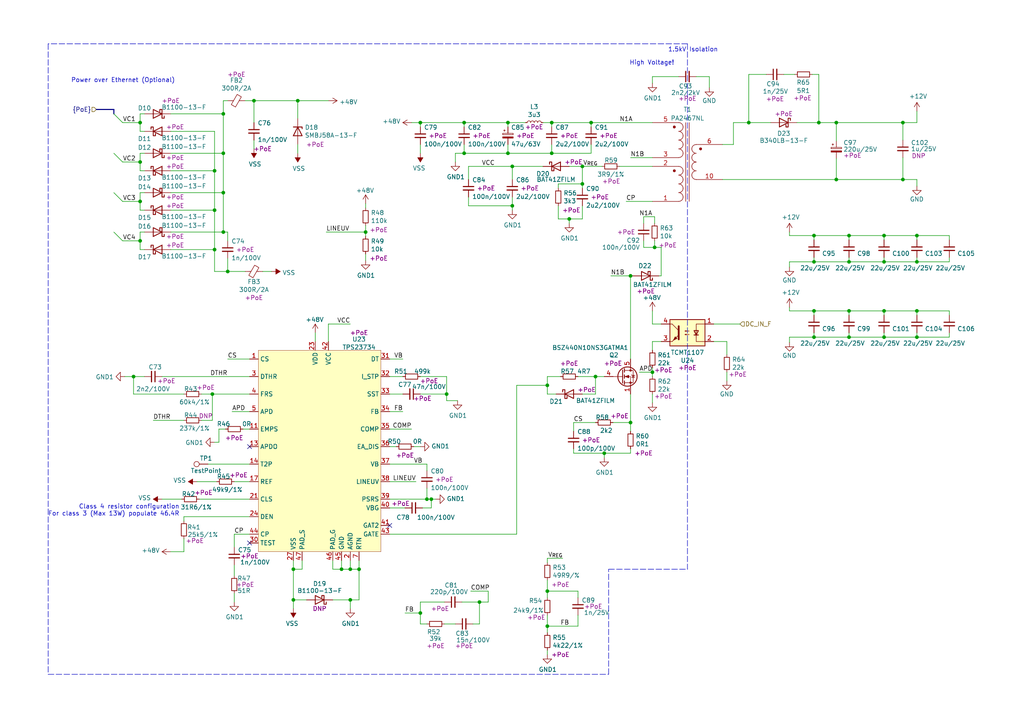
<source format=kicad_sch>
(kicad_sch (version 20210406) (generator eeschema)
  (paper "A4")
  (title_block (title "Power over Ethernet") (date "2021-01-12") (rev "0.1") (company "Nabu Casa") (comment 1 "www.nabucasa.com") (comment 2 "Light Blue"))
  (junction (at 38.735 109.22) (diameter 0.9144))
  (junction (at 40.64 35.56) (diameter 0.9144))
  (junction (at 40.64 46.99) (diameter 0.9144))
  (junction (at 40.64 58.42) (diameter 0.9144))
  (junction (at 40.64 69.85) (diameter 0.9144))
  (junction (at 61.595 114.3) (diameter 0.9144))
  (junction (at 62.23 49.53) (diameter 0.9144))
  (junction (at 62.23 60.96) (diameter 0.9144))
  (junction (at 62.23 72.39) (diameter 0.9144))
  (junction (at 64.77 33.02) (diameter 0.9144))
  (junction (at 64.77 44.45) (diameter 0.9144))
  (junction (at 64.77 55.88) (diameter 0.9144))
  (junction (at 64.77 67.31) (diameter 0.9144))
  (junction (at 66.04 78.74) (diameter 0.9144))
  (junction (at 73.66 29.21) (diameter 0.9144))
  (junction (at 85.09 165.1) (diameter 0.9144))
  (junction (at 85.09 173.99) (diameter 0.9144))
  (junction (at 86.36 29.21) (diameter 0.9144))
  (junction (at 99.06 165.1) (diameter 0.9144))
  (junction (at 101.6 165.1) (diameter 0.9144))
  (junction (at 101.6 173.99) (diameter 0.9144))
  (junction (at 104.14 165.1) (diameter 0.9144))
  (junction (at 106.045 67.31) (diameter 0.9144))
  (junction (at 121.92 35.56) (diameter 0.9144))
  (junction (at 121.92 177.8) (diameter 0.9144))
  (junction (at 123.825 144.78) (diameter 0.9144))
  (junction (at 125.095 144.78) (diameter 0.9144))
  (junction (at 129.54 114.3) (diameter 0.9144))
  (junction (at 134.62 35.56) (diameter 0.9144))
  (junction (at 134.62 44.45) (diameter 0.9144))
  (junction (at 139.065 174.625) (diameter 0.9144))
  (junction (at 147.32 35.56) (diameter 0.9144))
  (junction (at 147.32 44.45) (diameter 0.9144))
  (junction (at 148.59 48.26) (diameter 0.9144))
  (junction (at 148.59 59.69) (diameter 0.9144))
  (junction (at 158.75 111.76) (diameter 0.9144))
  (junction (at 158.75 171.45) (diameter 0.9144))
  (junction (at 158.75 181.61) (diameter 0.9144))
  (junction (at 160.02 35.56) (diameter 0.9144))
  (junction (at 160.02 44.45) (diameter 0.9144))
  (junction (at 165.1 63.5) (diameter 0.9144))
  (junction (at 168.91 48.26) (diameter 0.9144))
  (junction (at 168.91 53.34) (diameter 0.9144))
  (junction (at 171.45 35.56) (diameter 0.9144))
  (junction (at 172.72 109.22) (diameter 0.9144))
  (junction (at 175.26 131.445) (diameter 0.9144))
  (junction (at 182.88 80.01) (diameter 0.9144))
  (junction (at 182.88 122.555) (diameter 0.9144))
  (junction (at 189.23 107.95) (diameter 0.9144))
  (junction (at 189.865 71.755) (diameter 0.9144))
  (junction (at 217.17 35.56) (diameter 0.9144))
  (junction (at 236.093 68.326) (diameter 0.9144))
  (junction (at 236.093 75.946) (diameter 0.9144))
  (junction (at 236.093 90.17) (diameter 0.9144))
  (junction (at 236.093 97.79) (diameter 0.9144))
  (junction (at 237.49 35.56) (diameter 0.9144))
  (junction (at 242.57 35.56) (diameter 0.9144))
  (junction (at 242.57 52.07) (diameter 0.9144))
  (junction (at 246.253 68.326) (diameter 0.9144))
  (junction (at 246.253 75.946) (diameter 0.9144))
  (junction (at 246.253 90.17) (diameter 0.9144))
  (junction (at 246.253 97.79) (diameter 0.9144))
  (junction (at 256.413 68.326) (diameter 0.9144))
  (junction (at 256.413 75.946) (diameter 0.9144))
  (junction (at 256.413 90.17) (diameter 0.9144))
  (junction (at 256.413 97.79) (diameter 0.9144))
  (junction (at 261.874 35.56) (diameter 0.9144))
  (junction (at 261.874 52.07) (diameter 0.9144))
  (junction (at 265.938 68.326) (diameter 0.9144))
  (junction (at 265.938 75.946) (diameter 0.9144))
  (junction (at 265.938 90.17) (diameter 0.9144))
  (junction (at 265.938 97.79) (diameter 0.9144))
  (no_connect (at 72.39 129.54))
  (no_connect (at 72.39 157.48))
  (no_connect (at 113.03 152.4))
  (bus_entry (at 33.02 33.02) (size 2.54 2.54) (stroke (width 0.1524)))
  (bus_entry (at 33.02 44.45) (size 2.54 2.54) (stroke (width 0.1524)))
  (bus_entry (at 33.02 55.88) (size 2.54 2.54) (stroke (width 0.1524)))
  (bus_entry (at 33.02 67.31) (size 2.54 2.54) (stroke (width 0.1524)))
  (wire (pts (xy 35.56 35.56) (xy 40.64 35.56)))
  (wire (pts (xy 35.56 46.99) (xy 40.64 46.99)))
  (wire (pts (xy 35.56 58.42) (xy 40.64 58.42)))
  (wire (pts (xy 35.56 69.85) (xy 40.64 69.85)))
  (wire (pts (xy 36.195 109.22) (xy 38.735 109.22)))
  (wire (pts (xy 38.735 109.22) (xy 41.91 109.22)))
  (wire (pts (xy 38.735 114.3) (xy 38.735 109.22)))
  (wire (pts (xy 40.64 33.02) (xy 40.64 35.56)))
  (wire (pts (xy 40.64 38.1) (xy 40.64 35.56)))
  (wire (pts (xy 40.64 44.45) (xy 40.64 46.99)))
  (wire (pts (xy 40.64 49.53) (xy 40.64 46.99)))
  (wire (pts (xy 40.64 55.88) (xy 40.64 58.42)))
  (wire (pts (xy 40.64 60.96) (xy 40.64 58.42)))
  (wire (pts (xy 40.64 67.31) (xy 40.64 69.85)))
  (wire (pts (xy 40.64 72.39) (xy 40.64 69.85)))
  (wire (pts (xy 41.91 33.02) (xy 40.64 33.02)))
  (wire (pts (xy 41.91 38.1) (xy 40.64 38.1)))
  (wire (pts (xy 41.91 44.45) (xy 40.64 44.45)))
  (wire (pts (xy 41.91 49.53) (xy 40.64 49.53)))
  (wire (pts (xy 41.91 55.88) (xy 40.64 55.88)))
  (wire (pts (xy 41.91 60.96) (xy 40.64 60.96)))
  (wire (pts (xy 41.91 67.31) (xy 40.64 67.31)))
  (wire (pts (xy 41.91 72.39) (xy 40.64 72.39)))
  (wire (pts (xy 44.45 121.92) (xy 53.34 121.92)))
  (wire (pts (xy 46.99 109.22) (xy 72.39 109.22)))
  (wire (pts (xy 46.99 144.78) (xy 52.705 144.78)))
  (wire (pts (xy 49.53 33.02) (xy 64.77 33.02)))
  (wire (pts (xy 49.53 38.1) (xy 62.23 38.1)))
  (wire (pts (xy 49.53 44.45) (xy 64.77 44.45)))
  (wire (pts (xy 49.53 49.53) (xy 62.23 49.53)))
  (wire (pts (xy 49.53 55.88) (xy 64.77 55.88)))
  (wire (pts (xy 49.53 60.96) (xy 62.23 60.96)))
  (wire (pts (xy 49.53 67.31) (xy 64.77 67.31)))
  (wire (pts (xy 49.53 72.39) (xy 62.23 72.39)))
  (wire (pts (xy 53.34 114.3) (xy 38.735 114.3)))
  (wire (pts (xy 53.34 149.86) (xy 53.34 151.13)))
  (wire (pts (xy 53.34 156.21) (xy 53.34 160.02)))
  (wire (pts (xy 53.34 160.02) (xy 49.53 160.02)))
  (wire (pts (xy 57.15 139.7) (xy 62.865 139.7)))
  (wire (pts (xy 57.785 144.78) (xy 72.39 144.78)))
  (wire (pts (xy 58.42 114.3) (xy 61.595 114.3)))
  (wire (pts (xy 58.42 121.92) (xy 61.595 121.92)))
  (wire (pts (xy 60.325 134.62) (xy 72.39 134.62)))
  (wire (pts (xy 61.595 114.3) (xy 72.39 114.3)))
  (wire (pts (xy 61.595 121.92) (xy 61.595 114.3)))
  (wire (pts (xy 62.23 38.1) (xy 62.23 49.53)))
  (wire (pts (xy 62.23 49.53) (xy 62.23 60.96)))
  (wire (pts (xy 62.23 60.96) (xy 62.23 72.39)))
  (wire (pts (xy 62.23 72.39) (xy 62.23 78.74)))
  (wire (pts (xy 62.23 78.74) (xy 66.04 78.74)))
  (wire (pts (xy 63.5 124.46) (xy 63.5 128.27)))
  (wire (pts (xy 63.5 124.46) (xy 65.405 124.46)))
  (wire (pts (xy 63.5 128.27) (xy 62.23 128.27)))
  (wire (pts (xy 64.77 29.21) (xy 64.77 33.02)))
  (wire (pts (xy 64.77 29.21) (xy 66.04 29.21)))
  (wire (pts (xy 64.77 33.02) (xy 64.77 44.45)))
  (wire (pts (xy 64.77 44.45) (xy 64.77 55.88)))
  (wire (pts (xy 64.77 55.88) (xy 64.77 67.31)))
  (wire (pts (xy 64.77 67.31) (xy 66.04 67.31)))
  (wire (pts (xy 66.04 67.31) (xy 66.04 69.85)))
  (wire (pts (xy 66.04 74.93) (xy 66.04 78.74)))
  (wire (pts (xy 66.04 78.74) (xy 71.12 78.74)))
  (wire (pts (xy 66.04 104.14) (xy 72.39 104.14)))
  (wire (pts (xy 67.31 119.38) (xy 72.39 119.38)))
  (wire (pts (xy 67.945 139.7) (xy 72.39 139.7)))
  (wire (pts (xy 67.945 154.94) (xy 67.945 158.75)))
  (wire (pts (xy 67.945 154.94) (xy 72.39 154.94)))
  (wire (pts (xy 67.945 163.83) (xy 67.945 167.005)))
  (wire (pts (xy 67.945 172.085) (xy 67.945 174.625)))
  (wire (pts (xy 70.485 124.46) (xy 72.39 124.46)))
  (wire (pts (xy 71.12 29.21) (xy 73.66 29.21)))
  (wire (pts (xy 72.39 149.86) (xy 53.34 149.86)))
  (wire (pts (xy 73.66 29.21) (xy 73.66 35.56)))
  (wire (pts (xy 73.66 29.21) (xy 86.36 29.21)))
  (wire (pts (xy 73.66 40.64) (xy 73.66 43.18)))
  (wire (pts (xy 76.2 78.74) (xy 78.74 78.74)))
  (wire (pts (xy 85.09 165.1) (xy 85.09 162.56)))
  (wire (pts (xy 85.09 165.1) (xy 85.09 173.99)))
  (wire (pts (xy 85.09 173.99) (xy 85.09 176.53)))
  (wire (pts (xy 85.09 173.99) (xy 88.9 173.99)))
  (wire (pts (xy 86.36 29.21) (xy 95.25 29.21)))
  (wire (pts (xy 86.36 34.29) (xy 86.36 29.21)))
  (wire (pts (xy 86.36 41.91) (xy 86.36 44.45)))
  (wire (pts (xy 87.63 162.56) (xy 87.63 165.1)))
  (wire (pts (xy 87.63 165.1) (xy 85.09 165.1)))
  (wire (pts (xy 91.44 96.52) (xy 91.44 99.06)))
  (wire (pts (xy 94.615 67.31) (xy 106.045 67.31)))
  (wire (pts (xy 95.25 93.98) (xy 101.6 93.98)))
  (wire (pts (xy 95.25 99.06) (xy 95.25 93.98)))
  (wire (pts (xy 96.52 162.56) (xy 96.52 165.1)))
  (wire (pts (xy 96.52 165.1) (xy 99.06 165.1)))
  (wire (pts (xy 96.52 173.99) (xy 101.6 173.99)))
  (wire (pts (xy 99.06 162.56) (xy 99.06 165.1)))
  (wire (pts (xy 99.06 165.1) (xy 101.6 165.1)))
  (wire (pts (xy 101.6 162.56) (xy 101.6 165.1)))
  (wire (pts (xy 101.6 165.1) (xy 104.14 165.1)))
  (wire (pts (xy 101.6 173.99) (xy 101.6 176.53)))
  (wire (pts (xy 104.14 165.1) (xy 104.14 162.56)))
  (wire (pts (xy 104.14 165.1) (xy 104.14 173.99)))
  (wire (pts (xy 104.14 173.99) (xy 101.6 173.99)))
  (wire (pts (xy 106.045 59.055) (xy 106.045 60.325)))
  (wire (pts (xy 106.045 65.405) (xy 106.045 67.31)))
  (wire (pts (xy 106.045 67.31) (xy 106.045 68.58)))
  (wire (pts (xy 106.045 73.66) (xy 106.045 75.565)))
  (wire (pts (xy 113.03 104.14) (xy 116.84 104.14)))
  (wire (pts (xy 113.03 109.22) (xy 116.84 109.22)))
  (wire (pts (xy 113.03 114.3) (xy 116.84 114.3)))
  (wire (pts (xy 113.03 119.38) (xy 116.84 119.38)))
  (wire (pts (xy 113.03 124.46) (xy 119.38 124.46)))
  (wire (pts (xy 113.03 129.54) (xy 114.935 129.54)))
  (wire (pts (xy 113.03 134.62) (xy 123.825 134.62)))
  (wire (pts (xy 113.03 139.7) (xy 120.65 139.7)))
  (wire (pts (xy 113.03 144.78) (xy 123.825 144.78)))
  (wire (pts (xy 113.03 147.32) (xy 117.475 147.32)))
  (wire (pts (xy 113.03 154.94) (xy 149.86 154.94)))
  (wire (pts (xy 117.475 177.8) (xy 121.92 177.8)))
  (wire (pts (xy 119.38 35.56) (xy 121.92 35.56)))
  (wire (pts (xy 120.015 129.54) (xy 121.92 129.54)))
  (wire (pts (xy 121.92 35.56) (xy 121.92 36.83)))
  (wire (pts (xy 121.92 35.56) (xy 134.62 35.56)))
  (wire (pts (xy 121.92 41.91) (xy 121.92 44.45)))
  (wire (pts (xy 121.92 109.22) (xy 129.54 109.22)))
  (wire (pts (xy 121.92 114.3) (xy 129.54 114.3)))
  (wire (pts (xy 121.92 174.625) (xy 121.92 177.8)))
  (wire (pts (xy 121.92 180.975) (xy 121.92 177.8)))
  (wire (pts (xy 122.555 147.32) (xy 125.095 147.32)))
  (wire (pts (xy 123.825 134.62) (xy 123.825 136.525)))
  (wire (pts (xy 123.825 141.605) (xy 123.825 144.78)))
  (wire (pts (xy 123.825 144.78) (xy 125.095 144.78)))
  (wire (pts (xy 123.825 180.975) (xy 121.92 180.975)))
  (wire (pts (xy 125.095 144.78) (xy 126.365 144.78)))
  (wire (pts (xy 125.095 147.32) (xy 125.095 144.78)))
  (wire (pts (xy 128.905 174.625) (xy 121.92 174.625)))
  (wire (pts (xy 128.905 180.975) (xy 132.08 180.975)))
  (wire (pts (xy 129.54 109.22) (xy 129.54 114.3)))
  (wire (pts (xy 129.54 116.205) (xy 129.54 114.3)))
  (wire (pts (xy 132.08 44.45) (xy 132.08 46.99)))
  (wire (pts (xy 132.715 116.205) (xy 129.54 116.205)))
  (wire (pts (xy 133.985 174.625) (xy 139.065 174.625)))
  (wire (pts (xy 134.62 35.56) (xy 134.62 36.83)))
  (wire (pts (xy 134.62 35.56) (xy 147.32 35.56)))
  (wire (pts (xy 134.62 41.91) (xy 134.62 44.45)))
  (wire (pts (xy 134.62 44.45) (xy 132.08 44.45)))
  (wire (pts (xy 134.62 44.45) (xy 147.32 44.45)))
  (wire (pts (xy 135.89 48.26) (xy 135.89 52.07)))
  (wire (pts (xy 135.89 48.26) (xy 148.59 48.26)))
  (wire (pts (xy 135.89 57.15) (xy 135.89 59.69)))
  (wire (pts (xy 135.89 59.69) (xy 148.59 59.69)))
  (wire (pts (xy 137.16 180.975) (xy 139.065 180.975)))
  (wire (pts (xy 139.065 174.625) (xy 141.605 174.625)))
  (wire (pts (xy 139.065 180.975) (xy 139.065 174.625)))
  (wire (pts (xy 141.605 171.45) (xy 136.525 171.45)))
  (wire (pts (xy 141.605 174.625) (xy 141.605 171.45)))
  (wire (pts (xy 147.32 35.56) (xy 147.32 36.83)))
  (wire (pts (xy 147.32 35.56) (xy 152.4 35.56)))
  (wire (pts (xy 147.32 41.91) (xy 147.32 44.45)))
  (wire (pts (xy 147.32 44.45) (xy 160.02 44.45)))
  (wire (pts (xy 148.59 48.26) (xy 148.59 52.07)))
  (wire (pts (xy 148.59 48.26) (xy 157.48 48.26)))
  (wire (pts (xy 148.59 57.15) (xy 148.59 59.69)))
  (wire (pts (xy 148.59 59.69) (xy 148.59 60.96)))
  (wire (pts (xy 149.86 111.76) (xy 158.75 111.76)))
  (wire (pts (xy 149.86 154.94) (xy 149.86 111.76)))
  (wire (pts (xy 157.48 35.56) (xy 160.02 35.56)))
  (wire (pts (xy 158.75 109.22) (xy 162.56 109.22)))
  (wire (pts (xy 158.75 111.76) (xy 158.75 109.22)))
  (wire (pts (xy 158.75 114.3) (xy 158.75 111.76)))
  (wire (pts (xy 158.75 161.925) (xy 163.195 161.925)))
  (wire (pts (xy 158.75 163.195) (xy 158.75 161.925)))
  (wire (pts (xy 158.75 168.275) (xy 158.75 171.45)))
  (wire (pts (xy 158.75 171.45) (xy 158.75 173.355)))
  (wire (pts (xy 158.75 171.45) (xy 167.64 171.45)))
  (wire (pts (xy 158.75 178.435) (xy 158.75 181.61)))
  (wire (pts (xy 158.75 181.61) (xy 158.75 183.515)))
  (wire (pts (xy 158.75 188.595) (xy 158.75 189.865)))
  (wire (pts (xy 160.02 35.56) (xy 160.02 36.83)))
  (wire (pts (xy 160.02 35.56) (xy 171.45 35.56)))
  (wire (pts (xy 160.02 41.91) (xy 160.02 44.45)))
  (wire (pts (xy 160.02 44.45) (xy 171.45 44.45)))
  (wire (pts (xy 161.29 114.3) (xy 158.75 114.3)))
  (wire (pts (xy 161.925 53.34) (xy 168.91 53.34)))
  (wire (pts (xy 161.925 54.61) (xy 161.925 53.34)))
  (wire (pts (xy 161.925 59.69) (xy 161.925 63.5)))
  (wire (pts (xy 161.925 63.5) (xy 165.1 63.5)))
  (wire (pts (xy 165.1 48.26) (xy 168.91 48.26)))
  (wire (pts (xy 165.1 63.5) (xy 165.1 64.77)))
  (wire (pts (xy 165.1 63.5) (xy 168.91 63.5)))
  (wire (pts (xy 166.37 122.555) (xy 166.37 125.095)))
  (wire (pts (xy 166.37 131.445) (xy 166.37 130.175)))
  (wire (pts (xy 167.64 173.355) (xy 167.64 171.45)))
  (wire (pts (xy 167.64 178.435) (xy 167.64 181.61)))
  (wire (pts (xy 167.64 181.61) (xy 158.75 181.61)))
  (wire (pts (xy 168.91 48.26) (xy 168.91 53.34)))
  (wire (pts (xy 168.91 48.26) (xy 174.625 48.26)))
  (wire (pts (xy 168.91 53.34) (xy 168.91 54.61)))
  (wire (pts (xy 168.91 63.5) (xy 168.91 59.69)))
  (wire (pts (xy 168.91 114.3) (xy 172.72 114.3)))
  (wire (pts (xy 171.45 35.56) (xy 171.45 36.83)))
  (wire (pts (xy 171.45 35.56) (xy 189.23 35.56)))
  (wire (pts (xy 171.45 41.91) (xy 171.45 44.45)))
  (wire (pts (xy 172.72 109.22) (xy 167.64 109.22)))
  (wire (pts (xy 172.72 109.22) (xy 175.26 109.22)))
  (wire (pts (xy 172.72 114.3) (xy 172.72 109.22)))
  (wire (pts (xy 172.72 122.555) (xy 166.37 122.555)))
  (wire (pts (xy 175.26 131.445) (xy 166.37 131.445)))
  (wire (pts (xy 175.26 131.445) (xy 175.26 132.715)))
  (wire (pts (xy 177.165 80.01) (xy 182.88 80.01)))
  (wire (pts (xy 177.8 122.555) (xy 182.88 122.555)))
  (wire (pts (xy 179.705 48.26) (xy 189.23 48.26)))
  (wire (pts (xy 181.61 58.42) (xy 189.23 58.42)))
  (wire (pts (xy 182.88 45.72) (xy 189.23 45.72)))
  (wire (pts (xy 182.88 80.01) (xy 182.88 104.14)))
  (wire (pts (xy 182.88 80.01) (xy 183.515 80.01)))
  (wire (pts (xy 182.88 114.3) (xy 182.88 122.555)))
  (wire (pts (xy 182.88 122.555) (xy 182.88 125.095)))
  (wire (pts (xy 182.88 130.175) (xy 182.88 131.445)))
  (wire (pts (xy 182.88 131.445) (xy 175.26 131.445)))
  (wire (pts (xy 185.42 107.95) (xy 189.23 107.95)))
  (wire (pts (xy 186.69 62.865) (xy 186.69 64.77)))
  (wire (pts (xy 186.69 69.85) (xy 186.69 71.755)))
  (wire (pts (xy 186.69 71.755) (xy 189.865 71.755)))
  (wire (pts (xy 189.23 22.225) (xy 189.23 24.13)))
  (wire (pts (xy 189.23 93.98) (xy 189.23 90.17)))
  (wire (pts (xy 189.23 99.06) (xy 189.23 101.6)))
  (wire (pts (xy 189.23 106.68) (xy 189.23 107.95)))
  (wire (pts (xy 189.23 107.95) (xy 189.23 109.22)))
  (wire (pts (xy 189.23 114.3) (xy 189.23 116.84)))
  (wire (pts (xy 189.865 62.865) (xy 186.69 62.865)))
  (wire (pts (xy 189.865 64.77) (xy 189.865 62.865)))
  (wire (pts (xy 189.865 71.755) (xy 189.865 69.85)))
  (wire (pts (xy 191.135 80.01) (xy 191.77 80.01)))
  (wire (pts (xy 191.77 71.755) (xy 189.865 71.755)))
  (wire (pts (xy 191.77 80.01) (xy 191.77 71.755)))
  (wire (pts (xy 191.77 93.98) (xy 189.23 93.98)))
  (wire (pts (xy 191.77 99.06) (xy 189.23 99.06)))
  (wire (pts (xy 196.85 22.225) (xy 189.23 22.225)))
  (wire (pts (xy 205.74 22.225) (xy 201.93 22.225)))
  (wire (pts (xy 205.74 25.4) (xy 205.74 22.225)))
  (wire (pts (xy 207.01 93.98) (xy 214.63 93.98)))
  (wire (pts (xy 207.01 99.06) (xy 210.82 99.06)))
  (wire (pts (xy 209.55 41.91) (xy 212.725 41.91)))
  (wire (pts (xy 209.55 52.07) (xy 242.57 52.07)))
  (wire (pts (xy 210.82 99.06) (xy 210.82 102.87)))
  (wire (pts (xy 210.82 107.95) (xy 210.82 110.49)))
  (wire (pts (xy 212.725 35.56) (xy 217.17 35.56)))
  (wire (pts (xy 212.725 41.91) (xy 212.725 35.56)))
  (wire (pts (xy 217.17 21.59) (xy 217.17 35.56)))
  (wire (pts (xy 217.17 35.56) (xy 223.52 35.56)))
  (wire (pts (xy 222.25 21.59) (xy 217.17 21.59)))
  (wire (pts (xy 227.33 21.59) (xy 230.505 21.59)))
  (wire (pts (xy 228.981 68.326) (xy 228.981 67.31)))
  (wire (pts (xy 228.981 68.326) (xy 236.093 68.326)))
  (wire (pts (xy 228.981 75.946) (xy 228.981 77.47)))
  (wire (pts (xy 228.981 75.946) (xy 236.093 75.946)))
  (wire (pts (xy 228.981 90.17) (xy 228.981 89.154)))
  (wire (pts (xy 228.981 90.17) (xy 236.093 90.17)))
  (wire (pts (xy 228.981 97.79) (xy 228.981 99.314)))
  (wire (pts (xy 228.981 97.79) (xy 236.093 97.79)))
  (wire (pts (xy 231.14 35.56) (xy 237.49 35.56)))
  (wire (pts (xy 235.585 21.59) (xy 237.49 21.59)))
  (wire (pts (xy 236.093 68.326) (xy 236.093 69.596)))
  (wire (pts (xy 236.093 68.326) (xy 246.253 68.326)))
  (wire (pts (xy 236.093 74.676) (xy 236.093 75.946)))
  (wire (pts (xy 236.093 75.946) (xy 246.253 75.946)))
  (wire (pts (xy 236.093 90.17) (xy 236.093 91.44)))
  (wire (pts (xy 236.093 90.17) (xy 246.253 90.17)))
  (wire (pts (xy 236.093 96.52) (xy 236.093 97.79)))
  (wire (pts (xy 236.093 97.79) (xy 246.253 97.79)))
  (wire (pts (xy 237.49 21.59) (xy 237.49 35.56)))
  (wire (pts (xy 237.49 35.56) (xy 242.57 35.56)))
  (wire (pts (xy 242.57 35.56) (xy 242.57 40.894)))
  (wire (pts (xy 242.57 35.56) (xy 261.874 35.56)))
  (wire (pts (xy 242.57 45.974) (xy 242.57 52.07)))
  (wire (pts (xy 242.57 52.07) (xy 261.874 52.07)))
  (wire (pts (xy 246.253 68.326) (xy 246.253 69.596)))
  (wire (pts (xy 246.253 68.326) (xy 256.413 68.326)))
  (wire (pts (xy 246.253 74.676) (xy 246.253 75.946)))
  (wire (pts (xy 246.253 75.946) (xy 256.413 75.946)))
  (wire (pts (xy 246.253 90.17) (xy 246.253 91.44)))
  (wire (pts (xy 246.253 90.17) (xy 256.413 90.17)))
  (wire (pts (xy 246.253 96.52) (xy 246.253 97.79)))
  (wire (pts (xy 246.253 97.79) (xy 256.413 97.79)))
  (wire (pts (xy 256.413 68.326) (xy 256.413 69.596)))
  (wire (pts (xy 256.413 68.326) (xy 265.938 68.326)))
  (wire (pts (xy 256.413 74.676) (xy 256.413 75.946)))
  (wire (pts (xy 256.413 75.946) (xy 265.938 75.946)))
  (wire (pts (xy 256.413 90.17) (xy 256.413 91.44)))
  (wire (pts (xy 256.413 90.17) (xy 265.938 90.17)))
  (wire (pts (xy 256.413 96.52) (xy 256.413 97.79)))
  (wire (pts (xy 256.413 97.79) (xy 265.938 97.79)))
  (wire (pts (xy 261.874 35.56) (xy 261.874 40.64)))
  (wire (pts (xy 261.874 35.56) (xy 265.938 35.56)))
  (wire (pts (xy 261.874 45.72) (xy 261.874 52.07)))
  (wire (pts (xy 261.874 52.07) (xy 265.938 52.07)))
  (wire (pts (xy 265.938 35.56) (xy 265.938 32.258)))
  (wire (pts (xy 265.938 52.07) (xy 265.938 53.975)))
  (wire (pts (xy 265.938 68.326) (xy 265.938 69.596)))
  (wire (pts (xy 265.938 68.326) (xy 275.336 68.326)))
  (wire (pts (xy 265.938 74.676) (xy 265.938 75.946)))
  (wire (pts (xy 265.938 75.946) (xy 275.336 75.946)))
  (wire (pts (xy 265.938 90.17) (xy 265.938 91.44)))
  (wire (pts (xy 265.938 90.17) (xy 275.336 90.17)))
  (wire (pts (xy 265.938 96.52) (xy 265.938 97.79)))
  (wire (pts (xy 265.938 97.79) (xy 275.336 97.79)))
  (wire (pts (xy 275.336 68.326) (xy 275.336 69.596)))
  (wire (pts (xy 275.336 74.676) (xy 275.336 75.946)))
  (wire (pts (xy 275.336 90.17) (xy 275.336 91.44)))
  (wire (pts (xy 275.336 96.52) (xy 275.336 97.79)))
  (bus (pts (xy 27.94 31.75) (xy 33.02 31.75)))
  (bus (pts (xy 33.02 31.75) (xy 33.02 67.31)))
  (polyline (pts (xy 13.97 12.7) (xy 13.97 195.58)) (stroke (width 0) (type dash)))
  (polyline (pts (xy 13.97 195.58) (xy 176.53 195.58)) (stroke (width 0) (type dash)))
  (polyline (pts (xy 176.53 165.1) (xy 199.39 165.1)) (stroke (width 0) (type dash)))
  (polyline (pts (xy 176.53 195.58) (xy 176.53 165.1)) (stroke (width 0) (type dash)))
  (polyline (pts (xy 199.39 12.7) (xy 13.97 12.7)) (stroke (width 0) (type dash)))
  (polyline (pts (xy 199.39 12.7) (xy 199.39 165.1)) (stroke (width 0) (type dash)))
  (text "Power over Ethernet (Optional)" (at 50.8 24.13 180) (effects (font (size 1.27 1.27)) (justify right bottom)))
  (text "Class 4 resistor configuration\nFor class 3 (Max 13W) populate 46.4R" (at 52.07 149.86 0) (effects (font (size 1.27 1.27)) (justify right bottom)))
  (text "High Voltage!" (at 195.58 19.05 180) (effects (font (size 1.27 1.27)) (justify right bottom)))
  (text "1.5kV Isolation" (at 208.28 15.24 180) (effects (font (size 1.27 1.27)) (justify right bottom)))
  (label "VC1" (at 39.37 35.56 180))
  (label "VC2" (at 39.37 46.99 180))
  (label "VC3" (at 39.37 58.42 180))
  (label "VC4" (at 39.37 69.85 180))
  (label "DTHR" (at 44.45 121.92 0))
  (label "DTHR" (at 60.96 109.22 0))
  (label "CS" (at 66.04 104.14 0))
  (label "APD" (at 67.31 119.38 0))
  (label "CP" (at 67.945 154.94 0))
  (label "LINEUV" (at 94.615 67.31 0))
  (label "VCC" (at 101.6 93.98 180))
  (label "VB" (at 116.84 104.14 180))
  (label "FB" (at 116.84 119.38 180))
  (label "FB" (at 117.475 177.8 0))
  (label "COMP" (at 119.38 124.46 180))
  (label "LINEUV" (at 120.65 139.7 180))
  (label "VB" (at 122.555 134.62 180))
  (label "COMP" (at 136.525 171.45 0))
  (label "VCC" (at 139.7 48.26 0))
  (label "V_{REG}" (at 163.195 161.925 180))
  (label "FB" (at 165.1 181.61 180))
  (label "CS" (at 166.37 122.555 0))
  (label "V_{REG}" (at 173.355 48.26 180))
  (label "N1B" (at 177.165 80.01 0))
  (label "CP" (at 181.61 58.42 0))
  (label "N1B" (at 182.88 45.72 0))
  (label "N1A" (at 183.515 35.56 180))
  (label "APD" (at 185.42 107.95 0))
  (label "N1A" (at 189.23 62.865 180))
  (hierarchical_label "{PoE}" (shape input) (at 27.94 31.75 180))
  (hierarchical_label "DC_IN_F" (shape input) (at 214.63 93.98 0))
  (symbol (lib_id "power:VSS") (at 46.99 144.78 90) (unit 1)
    (property "Reference" "#PWR0155" (effects hide))
    (property "Value" "VSS" (at 43.8149 144.4117 90) (effects (justify left)))
  )
  (symbol (lib_id "power:+48V") (at 49.53 160.02 90) (unit 1)
    (property "Reference" "#PWR0156" (effects hide))
    (property "Value" "+48V" (at 46.3549 159.6517 90) (effects (justify left)))
  )
  (symbol (lib_id "power:VSS") (at 57.15 139.7 90) (unit 1)
    (property "Reference" "#PWR0157" (effects hide))
    (property "Value" "VSS" (at 53.9749 139.3317 90) (effects (justify left)))
  )
  (symbol (lib_id "power:VSS") (at 73.66 43.18 180) (unit 1)
    (property "Reference" "#PWR0160" (effects hide))
    (property "Value" "VSS" (at 75.8317 47.6251 0) (effects (justify left)))
  )
  (symbol (lib_id "power:VSS") (at 78.74 78.74 270) (unit 1)
    (property "Reference" "#PWR0161" (effects hide))
    (property "Value" "VSS" (at 81.9151 79.1083 90) (effects (justify left)))
  )
  (symbol (lib_id "power:VSS") (at 85.09 176.53 180) (unit 1)
    (property "Reference" "#PWR0162" (effects hide))
    (property "Value" "VSS" (at 84.7217 180.8544 0))
  )
  (symbol (lib_id "power:VSS") (at 86.36 44.45 180) (unit 1)
    (property "Reference" "#PWR0163" (effects hide))
    (property "Value" "VSS" (at 88.5317 48.8951 0) (effects (justify left)))
  )
  (symbol (lib_id "power:+48V") (at 91.44 96.52 0) (unit 1)
    (property "Reference" "#PWR0164" (effects hide))
    (property "Value" "+48V" (at 88.6333 92.7099 0) (effects (justify left)))
  )
  (symbol (lib_id "power:+48V") (at 95.25 29.21 270) (unit 1)
    (property "Reference" "#PWR0165" (effects hide))
    (property "Value" "+48V" (at 98.4251 29.5783 90) (effects (justify left)))
  )
  (symbol (lib_id "power:+48V") (at 106.045 59.055 0) (unit 1)
    (property "Reference" "#PWR0167" (effects hide))
    (property "Value" "+48V" (at 103.2383 55.2449 0) (effects (justify left)))
  )
  (symbol (lib_id "power:+48V") (at 119.38 35.56 90) (unit 1)
    (property "Reference" "#PWR0169" (effects hide))
    (property "Value" "+48V" (at 116.2049 35.1917 90) (effects (justify left)))
  )
  (symbol (lib_id "power:VSS") (at 121.92 44.45 180) (unit 1)
    (property "Reference" "#PWR0170" (effects hide))
    (property "Value" "VSS" (at 121.5517 48.7744 0))
  )
  (symbol (lib_id "power:+48V") (at 189.23 90.17 0) (unit 1)
    (property "Reference" "#PWR0180" (effects hide))
    (property "Value" "+48V" (at 186.4233 86.3599 0) (effects (justify left)))
  )
  (symbol (lib_id "power:+12V") (at 228.981 67.31 0) (unit 1)
    (property "Reference" "#PWR0184" (effects hide))
    (property "Value" "+12V" (at 229.3493 62.9856 0))
  )
  (symbol (lib_id "power:+12V") (at 228.981 89.154 0) (unit 1)
    (property "Reference" "#PWR0186" (effects hide))
    (property "Value" "+12V" (at 229.3493 84.8296 0))
  )
  (symbol (lib_id "power:+12V") (at 265.938 32.258 0) (unit 1)
    (property "Reference" "#PWR0188" (effects hide))
    (property "Value" "+12V" (at 266.3063 27.9336 0))
  )
  (symbol (lib_id "Device:L_Small") (at 154.94 35.56 90) (unit 1)
    (property "Reference" "L3" (at 154.94 30.9688 90))
    (property "Value" "3u3" (at 154.94 33.267 90))
    (property "Footprint" "Inductor_SMD:L_Taiyo-Yuden_NR-80xx" (effects hide))
    (property "Config" "+PoE" (at 154.94 36.83 90))
    (property "Manufacturer" "Taiyo Yuden" (effects hide))
    (property "PartNumber" "NRS8030T3R3MJGJ" (effects hide))
  )
  (symbol (lib_id "Connector:TestPoint") (at 60.325 134.62 90) (unit 1)
    (property "Reference" "TP1" (at 59.7535 132.9498 90))
    (property "Value" "TestPoint" (at 59.7535 136.5185 90))
    (property "Footprint" "TestPoint:TestPoint_Pad_D1.0mm" (effects hide))
  )
  (symbol (lib_id "power:GND1") (at 36.195 109.22 270) (unit 1)
    (property "Reference" "#PWR0154" (effects hide))
    (property "Value" "GND1" (at 33.0199 109.3343 90) (effects (justify right)))
  )
  (symbol (lib_id "power:GND1") (at 62.23 128.27 270) (unit 1)
    (property "Reference" "#PWR0158" (effects hide))
    (property "Value" "GND1" (at 59.0549 128.3843 90) (effects (justify right)))
  )
  (symbol (lib_id "power:GND1") (at 67.945 174.625 0) (unit 1)
    (property "Reference" "#PWR0159" (effects hide))
    (property "Value" "GND1" (at 68.0593 178.9494 0))
  )
  (symbol (lib_id "power:GND1") (at 101.6 176.53 0) (unit 1)
    (property "Reference" "#PWR0166" (effects hide))
    (property "Value" "GND1" (at 101.7143 180.8544 0))
  )
  (symbol (lib_id "power:GND1") (at 106.045 75.565 0) (unit 1)
    (property "Reference" "#PWR0168" (effects hide))
    (property "Value" "GND1" (at 106.1593 79.8894 0))
  )
  (symbol (lib_id "power:GND1") (at 121.92 129.54 90) (unit 1)
    (property "Reference" "#PWR0171" (effects hide))
    (property "Value" "GND1" (at 125.0951 129.4257 90) (effects (justify right)))
  )
  (symbol (lib_id "power:GND1") (at 126.365 144.78 90) (unit 1)
    (property "Reference" "#PWR0172" (effects hide))
    (property "Value" "GND1" (at 129.5401 144.6657 90) (effects (justify right)))
  )
  (symbol (lib_id "power:GND1") (at 132.08 46.99 0) (unit 1)
    (property "Reference" "#PWR0173" (effects hide))
    (property "Value" "GND1" (at 132.1943 51.3144 0))
  )
  (symbol (lib_id "power:GND1") (at 132.715 116.205 0) (unit 1)
    (property "Reference" "#PWR0174" (effects hide))
    (property "Value" "GND1" (at 132.8293 120.5294 0))
  )
  (symbol (lib_id "power:GND1") (at 148.59 60.96 0) (unit 1)
    (property "Reference" "#PWR0175" (effects hide))
    (property "Value" "GND1" (at 148.7043 65.2844 0))
  )
  (symbol (lib_id "power:GND1") (at 158.75 189.865 0) (unit 1)
    (property "Reference" "#PWR0176" (effects hide))
    (property "Value" "GND1" (at 158.8643 194.1894 0))
  )
  (symbol (lib_id "power:GND1") (at 165.1 64.77 0) (unit 1)
    (property "Reference" "#PWR0177" (effects hide))
    (property "Value" "GND1" (at 165.2143 69.0944 0))
  )
  (symbol (lib_id "power:GND1") (at 175.26 132.715 0) (unit 1)
    (property "Reference" "#PWR0178" (effects hide))
    (property "Value" "GND1" (at 175.3743 137.0394 0))
  )
  (symbol (lib_id "power:GND1") (at 189.23 24.13 0) (unit 1)
    (property "Reference" "#PWR0179" (effects hide))
    (property "Value" "GND1" (at 189.3443 28.4544 0))
  )
  (symbol (lib_id "power:GND1") (at 189.23 116.84 0) (unit 1)
    (property "Reference" "#PWR0181" (effects hide))
    (property "Value" "GND1" (at 189.3443 121.1644 0))
  )
  (symbol (lib_id "power:GND") (at 205.74 25.4 0) (unit 1)
    (property "Reference" "#PWR0182" (effects hide))
    (property "Value" "GND" (at 207.7593 29.2101 0) (effects (justify right)))
  )
  (symbol (lib_id "power:GND") (at 210.82 110.49 0) (unit 1)
    (property "Reference" "#PWR0183" (effects hide))
    (property "Value" "GND" (at 212.8393 114.3001 0) (effects (justify right)))
  )
  (symbol (lib_id "power:GND") (at 228.981 77.47 0) (unit 1)
    (property "Reference" "#PWR0185" (effects hide))
    (property "Value" "GND" (at 231.0003 81.2801 0) (effects (justify right)))
  )
  (symbol (lib_id "power:GND") (at 228.981 99.314 0) (unit 1)
    (property "Reference" "#PWR0187" (effects hide))
    (property "Value" "GND" (at 231.0003 103.1241 0) (effects (justify right)))
  )
  (symbol (lib_id "power:GND") (at 265.938 53.975 0) (unit 1)
    (property "Reference" "#PWR0189" (effects hide))
    (property "Value" "GND" (at 267.9573 57.7851 0) (effects (justify right)))
  )
  (symbol (lib_id "Device:R_Small") (at 53.34 153.67 180) (unit 1)
    (property "Reference" "R41" (at 58.1913 152.9144 0) (effects (justify left)))
    (property "Value" "25k5/1%" (at 63.271 155.061 0) (effects (justify left)))
    (property "Footprint" "Resistor_SMD:R_0402_1005Metric" (effects hide))
    (property "Config" "+PoE" (at 56.515 156.845 0))
  )
  (symbol (lib_id "Device:R_Small") (at 55.245 144.78 90) (unit 1)
    (property "Reference" "R42" (at 56.6356 143.2813 90) (effects (justify left)))
    (property "Value" "31R6/1%" (at 61.474 147.091 90) (effects (justify left)))
    (property "Footprint" "Resistor_SMD:R_0402_1005Metric" (effects hide))
    (property "Config" "+PoE" (at 59.055 142.875 90))
  )
  (symbol (lib_id "Device:R_Small") (at 55.88 114.3 90) (unit 1)
    (property "Reference" "R43" (at 57.2706 112.8013 90) (effects (justify left)))
    (property "Value" "60k4/1%" (at 60.839 116.611 90) (effects (justify left)))
    (property "Footprint" "Resistor_SMD:R_0402_1005Metric" (effects hide))
    (property "Config" "+PoE" (at 59.69 112.395 90))
  )
  (symbol (lib_id "Device:R_Small") (at 55.88 121.92 90) (unit 1)
    (property "Reference" "R44" (at 57.2706 120.4213 90) (effects (justify left)))
    (property "Value" "237k/1%" (at 60.839 124.231 90) (effects (justify left)))
    (property "Footprint" "Resistor_SMD:R_0402_1005Metric" (effects hide))
    (property "Config" "DNP" (at 59.69 120.65 90))
  )
  (symbol (lib_id "Device:R_Small") (at 65.405 139.7 90) (unit 1)
    (property "Reference" "R45" (at 66.7956 138.2013 90) (effects (justify left)))
    (property "Value" "49k9/1%" (at 70.364 142.011 90) (effects (justify left)))
    (property "Footprint" "Resistor_SMD:R_0402_1005Metric" (effects hide))
    (property "Config" "+PoE" (at 69.215 137.795 90))
  )
  (symbol (lib_id "Device:R_Small") (at 67.945 124.46 90) (unit 1)
    (property "Reference" "R46" (at 66.7956 122.9613 90) (effects (justify left)))
    (property "Value" "0R" (at 72.904 122.961 90) (effects (justify left)))
    (property "Footprint" "Resistor_SMD:R_0402_1005Metric" (effects hide))
    (property "Config" "+PoE" (at 67.945 127 90))
  )
  (symbol (lib_id "Device:R_Small") (at 67.945 169.545 0) (unit 1)
    (property "Reference" "R47" (at 68.8087 167.7606 0) (effects (justify left)))
    (property "Value" "51R" (at 68.809 171.329 0) (effects (justify left)))
    (property "Footprint" "Resistor_SMD:R_0402_1005Metric" (effects hide))
    (property "Config" "+PoE" (at 71.12 169.545 0))
  )
  (symbol (lib_id "Device:R_Small") (at 106.045 62.865 0) (unit 1)
    (property "Reference" "R48" (at 107.5437 61.7156 0) (effects (justify left)))
    (property "Value" "110k" (at 107.544 64.014 0) (effects (justify left)))
    (property "Footprint" "Resistor_SMD:R_0402_1005Metric" (effects hide))
    (property "Config" "+PoE" (at 109.855 66.675 0))
  )
  (symbol (lib_id "Device:R_Small") (at 106.045 71.12 0) (unit 1)
    (property "Reference" "R49" (at 107.5437 69.9706 0) (effects (justify left)))
    (property "Value" "10k" (at 107.544 72.269 0) (effects (justify left)))
    (property "Footprint" "Resistor_SMD:R_0402_1005Metric" (effects hide))
    (property "Config" "+PoE" (at 109.855 74.93 0))
  )
  (symbol (lib_id "Device:R_Small") (at 117.475 129.54 90) (unit 1)
    (property "Reference" "R50" (at 116.3256 128.0413 90) (effects (justify left)))
    (property "Value" "0R" (at 122.434 128.041 90) (effects (justify left)))
    (property "Footprint" "Resistor_SMD:R_0402_1005Metric" (effects hide))
    (property "Config" "+PoE" (at 117.475 132.08 90))
  )
  (symbol (lib_id "Device:R_Small") (at 119.38 109.22 90) (unit 1)
    (property "Reference" "R51" (at 118.2306 107.7213 90) (effects (justify left)))
    (property "Value" "499k" (at 124.974 107.721 90) (effects (justify left)))
    (property "Footprint" "Resistor_SMD:R_0402_1005Metric" (effects hide))
    (property "Config" "+PoE" (at 124.46 110.49 90))
  )
  (symbol (lib_id "Device:R_Small") (at 126.365 180.975 90) (unit 1)
    (property "Reference" "R52" (at 127.7556 183.2863 90) (effects (justify left)))
    (property "Value" "39k" (at 128.149 185.191 90) (effects (justify left)))
    (property "Footprint" "Resistor_SMD:R_0402_1005Metric" (effects hide))
    (property "Config" "+PoE" (at 126.365 187.325 90))
  )
  (symbol (lib_id "Device:R_Small") (at 158.75 165.735 0) (unit 1)
    (property "Reference" "R53" (at 160.2487 164.5856 0) (effects (justify left)))
    (property "Value" "49R9/%" (at 160.249 166.884 0) (effects (justify left)))
    (property "Footprint" "Resistor_SMD:R_0402_1005Metric" (effects hide))
    (property "Config" "+PoE" (at 162.56 169.545 0))
  )
  (symbol (lib_id "Device:R_Small") (at 158.75 175.895 0) (unit 1)
    (property "Reference" "R54" (at 153.3907 174.2376 0) (effects (justify left)))
    (property "Value" "24k9/1%" (at 148.819 177.044 0) (effects (justify left)))
    (property "Footprint" "Resistor_SMD:R_0402_1005Metric" (effects hide))
    (property "Config" "+PoE" (at 155.575 179.07 0))
  )
  (symbol (lib_id "Device:R_Small") (at 158.75 186.055 0) (unit 1)
    (property "Reference" "R55" (at 160.2487 184.9056 0) (effects (justify left)))
    (property "Value" "4k22/1%" (at 160.249 187.204 0) (effects (justify left)))
    (property "Footprint" "Resistor_SMD:R_0402_1005Metric" (effects hide))
    (property "Config" "+PoE" (at 162.56 189.865 0))
  )
  (symbol (lib_id "Device:R_Small") (at 161.925 57.15 0) (unit 1)
    (property "Reference" "R56" (at 163.4237 56.0006 0) (effects (justify left)))
    (property "Value" "3k3" (at 163.424 58.299 0) (effects (justify left)))
    (property "Footprint" "Resistor_SMD:R_0402_1005Metric" (effects hide))
    (property "Config" "+PoE" (at 165.735 60.96 0))
  )
  (symbol (lib_id "Device:R_Small") (at 165.1 109.22 90) (unit 1)
    (property "Reference" "R57" (at 166.4906 107.7213 90) (effects (justify left)))
    (property "Value" "4R7" (at 171.329 107.721 90) (effects (justify left)))
    (property "Footprint" "Resistor_SMD:R_0402_1005Metric" (effects hide))
    (property "Config" "+PoE" (at 165.1 105.41 90))
  )
  (symbol (lib_id "Device:R_Small") (at 175.26 122.555 90) (unit 1)
    (property "Reference" "R58" (at 176.6506 121.0563 90) (effects (justify left)))
    (property "Value" "2k2" (at 177.679 124.866 90) (effects (justify left)))
    (property "Footprint" "Resistor_SMD:R_0402_1005Metric" (effects hide))
    (property "Config" "+PoE" (at 179.705 120.65 90))
  )
  (symbol (lib_id "Device:R_Small") (at 177.165 48.26 90) (unit 1)
    (property "Reference" "R59" (at 179.1906 46.5073 90) (effects (justify left)))
    (property "Value" "3R9/1%" (at 181.108 50.571 90) (effects (justify left)))
    (property "Footprint" "Resistor_SMD:R_0805_2012Metric" (effects hide))
    (property "Config" "+PoE" (at 177.292 52.578 90))
  )
  (symbol (lib_id "Device:R_Small") (at 182.88 127.635 0) (unit 1)
    (property "Reference" "R60" (at 184.3787 126.4856 0) (effects (justify left)))
    (property "Value" "0R1" (at 184.379 128.784 0) (effects (justify left)))
    (property "Footprint" "Resistor_SMD:R_0805_2012Metric" (effects hide))
    (property "Config" "+PoE" (at 186.69 131.445 0))
    (property "Characteristics" "0.1 Watt" (effects hide))
  )
  (symbol (lib_id "Device:R_Small") (at 189.23 104.14 0) (unit 1)
    (property "Reference" "R61" (at 190.7287 102.9906 0) (effects (justify left)))
    (property "Value" "22k" (at 190.729 105.289 0) (effects (justify left)))
    (property "Footprint" "Resistor_SMD:R_0402_1005Metric" (effects hide))
    (property "Config" "+PoE" (at 192.405 107.315 0))
  )
  (symbol (lib_id "Device:R_Small") (at 189.23 111.76 0) (unit 1)
    (property "Reference" "R62" (at 190.7287 110.6106 0) (effects (justify left)))
    (property "Value" "22k" (at 190.729 112.909 0) (effects (justify left)))
    (property "Footprint" "Resistor_SMD:R_0402_1005Metric" (effects hide))
    (property "Config" "+PoE" (at 192.405 114.935 0))
  )
  (symbol (lib_id "Device:R_Small") (at 189.865 67.31 0) (unit 1)
    (property "Reference" "R63" (at 191.3637 66.1606 0) (effects (justify left)))
    (property "Value" "10k" (at 191.364 68.459 0) (effects (justify left)))
    (property "Footprint" "Resistor_SMD:R_0402_1005Metric" (effects hide))
    (property "Config" "+PoE" (at 193.675 71.12 0))
  )
  (symbol (lib_id "Device:R_Small") (at 210.82 105.41 0) (unit 1)
    (property "Reference" "R64" (at 212.3187 104.2606 0) (effects (justify left)))
    (property "Value" "22k" (at 212.319 106.559 0) (effects (justify left)))
    (property "Footprint" "Resistor_SMD:R_0402_1005Metric" (effects hide))
    (property "Config" "+PoE" (at 213.995 108.585 0))
  )
  (symbol (lib_id "Device:R_Small") (at 233.045 21.59 90) (unit 1)
    (property "Reference" "R65" (at 234.9436 23.9013 90) (effects (justify left)))
    (property "Value" "5R1" (at 234.956 26.314 90) (effects (justify left)))
    (property "Footprint" "Resistor_SMD:R_0402_1005Metric" (effects hide))
    (property "Config" "+PoE" (at 232.791 28.448 90))
  )
  (symbol (lib_id "Device:CP_Small") (at 147.32 39.37 0) (unit 1)
    (property "Reference" "C85" (at 148.2091 36.9506 0) (effects (justify left)))
    (property "Value" "47u/63V" (at 148.209 41.789 0) (effects (justify left)))
    (property "Footprint" "Capacitor_SMD:C_Elec_8x10.2" (effects hide))
    (property "Config" "+PoE" (at 152.4 39.37 0))
    (property "Manufacturer" "Panasonic Electronic Components" (effects hide))
    (property "PartNumber" "EEE-HA1J470UP" (effects hide))
  )
  (symbol (lib_id "Device:CP_Small") (at 242.57 43.434 0) (unit 1)
    (property "Reference" "C97" (at 244.6021 41.3956 0) (effects (justify left)))
    (property "Value" "220u/25V" (at 244.602 43.313 0) (effects (justify left)))
    (property "Footprint" "Capacitor_Tantalum_SMD:CP_EIA-7343-31_Kemet-D" (effects hide))
    (property "Config" "+PoE" (at 247.269 45.085 0))
    (property "Manufacturer" "KEMET" (effects hide))
    (property "PartNumber" "T491X107K025AT" (effects hide))
  )
  (symbol (lib_id "Device:C_Small") (at 44.45 109.22 270) (unit 1)
    (property "Reference" "C73" (at 43.0594 106.4642 90) (effects (justify left)))
    (property "Value" "2n2/100V" (at 39.491 112.814 90) (effects (justify left)))
    (property "Footprint" "Capacitor_SMD:C_0805_2012Metric" (effects hide))
    (property "Config" "+PoE" (at 48.26 110.49 90))
  )
  (symbol (lib_id "Device:C_Small") (at 66.04 72.39 0) (unit 1)
    (property "Reference" "C74" (at 67.0942 69.9706 0) (effects (justify left)))
    (property "Value" "1n/100V" (at 67.094 74.809 0) (effects (justify left)))
    (property "Footprint" "Capacitor_SMD:C_0805_2012Metric" (effects hide))
    (property "Config" "+PoE" (at 71.12 72.39 0))
  )
  (symbol (lib_id "Device:C_Small") (at 67.945 161.29 0) (unit 1)
    (property "Reference" "C75" (at 68.9992 159.5056 0) (effects (justify left)))
    (property "Value" "1n/100V" (at 69.634 163.074 0) (effects (justify left)))
    (property "Footprint" "Capacitor_SMD:C_0805_2012Metric" (effects hide))
    (property "Config" "+PoE" (at 72.39 161.29 0))
  )
  (symbol (lib_id "Device:C_Small") (at 73.66 38.1 0) (unit 1)
    (property "Reference" "C76" (at 74.7142 35.6806 0) (effects (justify left)))
    (property "Value" "1n/100V" (at 74.714 40.519 0) (effects (justify left)))
    (property "Footprint" "Capacitor_SMD:C_0805_2012Metric" (effects hide))
    (property "Config" "+PoE" (at 76.2 43.18 0))
  )
  (symbol (lib_id "Device:C_Small") (at 119.38 114.3 270) (unit 1)
    (property "Reference" "C77" (at 115.4494 111.5442 90) (effects (justify left)))
    (property "Value" "47n/100V" (at 119.501 112.179 90) (effects (justify left)))
    (property "Footprint" "Capacitor_SMD:C_0805_2012Metric" (effects hide))
    (property "Config" "+PoE" (at 122.555 115.57 90))
  )
  (symbol (lib_id "Device:C_Small") (at 120.015 147.32 90) (unit 1)
    (property "Reference" "C78" (at 118.8656 150.0758 90) (effects (justify left)))
    (property "Value" "100n/100V" (at 131.959 150.076 90) (effects (justify left)))
    (property "Footprint" "Capacitor_SMD:C_0805_2012Metric" (effects hide))
    (property "Config" "+PoE" (at 116.205 146.05 90))
  )
  (symbol (lib_id "Device:C_Small") (at 121.92 39.37 0) (unit 1)
    (property "Reference" "C79" (at 122.9742 36.9506 0) (effects (justify left)))
    (property "Value" "100n/100V" (at 122.974 41.789 0) (effects (justify left)))
    (property "Footprint" "Capacitor_SMD:C_0805_2012Metric" (effects hide))
    (property "Config" "+PoE" (at 127 39.37 0))
  )
  (symbol (lib_id "Device:C_Small") (at 123.825 139.065 0) (unit 1)
    (property "Reference" "C80" (at 124.8792 136.6456 0) (effects (justify left)))
    (property "Value" "100n/100V" (at 124.879 141.484 0) (effects (justify left)))
    (property "Footprint" "Capacitor_SMD:C_0805_2012Metric" (effects hide))
    (property "Config" "+PoE" (at 128.905 139.065 0))
  )
  (symbol (lib_id "Device:C_Small") (at 131.445 174.625 90) (unit 1)
    (property "Reference" "C81" (at 132.8356 169.7608 90) (effects (justify left)))
    (property "Value" "220p/100V" (at 135.769 171.666 90) (effects (justify left)))
    (property "Footprint" "Capacitor_SMD:C_0805_2012Metric" (effects hide))
    (property "Config" "+PoE" (at 127.635 176.53 90))
  )
  (symbol (lib_id "Device:C_Small") (at 134.62 39.37 0) (unit 1)
    (property "Reference" "C82" (at 135.6742 36.9506 0) (effects (justify left)))
    (property "Value" "100n/100V" (at 135.674 41.789 0) (effects (justify left)))
    (property "Footprint" "Capacitor_SMD:C_0805_2012Metric" (effects hide))
    (property "Config" "+PoE" (at 139.7 39.37 0))
  )
  (symbol (lib_id "Device:C_Small") (at 134.62 180.975 90) (unit 1)
    (property "Reference" "C83" (at 136.0106 183.7308 90) (effects (justify left)))
    (property "Value" "15n/100V" (at 142.119 185.636 90) (effects (justify left)))
    (property "Footprint" "Capacitor_SMD:C_0805_2012Metric" (effects hide))
    (property "Config" "+PoE" (at 134.62 187.325 90))
  )
  (symbol (lib_id "Device:C_Small") (at 135.89 54.61 0) (unit 1)
    (property "Reference" "C84" (at 136.9442 52.1906 0) (effects (justify left)))
    (property "Value" "100n/100V" (at 136.944 57.029 0) (effects (justify left)))
    (property "Footprint" "Capacitor_SMD:C_0805_2012Metric" (effects hide))
    (property "Config" "+PoE" (at 140.97 54.61 0))
  )
  (symbol (lib_id "Device:C_Small") (at 148.59 54.61 0) (unit 1)
    (property "Reference" "C86" (at 149.6442 52.1906 0) (effects (justify left)))
    (property "Value" "2u2/100V" (at 149.644 57.029 0) (effects (justify left)))
    (property "Footprint" "Capacitor_SMD:C_0805_2012Metric" (effects hide))
    (property "Config" "+PoE" (at 153.67 54.61 0))
  )
  (symbol (lib_id "Device:C_Small") (at 160.02 39.37 0) (unit 1)
    (property "Reference" "C87" (at 161.0742 36.9506 0) (effects (justify left)))
    (property "Value" "2u2/100V" (at 161.074 41.789 0) (effects (justify left)))
    (property "Footprint" "Capacitor_SMD:C_0805_2012Metric" (effects hide))
    (property "Config" "+PoE" (at 165.1 39.37 0))
  )
  (symbol (lib_id "Device:C_Small") (at 166.37 127.635 0) (unit 1)
    (property "Reference" "C88" (at 167.4242 125.2156 0) (effects (justify left)))
    (property "Value" "100p/100V" (at 167.424 130.054 0) (effects (justify left)))
    (property "Footprint" "Capacitor_SMD:C_0805_2012Metric" (effects hide))
    (property "Config" "+PoE" (at 171.45 127.635 0))
  )
  (symbol (lib_id "Device:C_Small") (at 167.64 175.895 0) (unit 1)
    (property "Reference" "C89" (at 168.6942 174.1106 0) (effects (justify left)))
    (property "Value" "1n/25V" (at 169.329 177.679 0) (effects (justify left)))
    (property "Footprint" "Capacitor_SMD:C_0402_1005Metric" (effects hide))
    (property "Config" "+PoE" (at 172.085 175.895 0))
  )
  (symbol (lib_id "Device:C_Small") (at 168.91 57.15 0) (unit 1)
    (property "Reference" "C90" (at 169.9642 54.7306 0) (effects (justify left)))
    (property "Value" "2u2/100V" (at 169.964 59.569 0) (effects (justify left)))
    (property "Footprint" "Capacitor_SMD:C_0805_2012Metric" (effects hide))
    (property "Config" "+PoE" (at 173.99 57.15 0))
  )
  (symbol (lib_id "Device:C_Small") (at 171.45 39.37 0) (unit 1)
    (property "Reference" "C91" (at 172.5042 36.9506 0) (effects (justify left)))
    (property "Value" "2u2/100V" (at 172.504 41.789 0) (effects (justify left)))
    (property "Footprint" "Capacitor_SMD:C_0805_2012Metric" (effects hide))
    (property "Config" "+PoE" (at 176.53 39.37 0))
  )
  (symbol (lib_id "Device:C_Small") (at 186.69 67.31 180) (unit 1)
    (property "Reference" "C92" (at 185.6358 69.7294 0) (effects (justify left)))
    (property "Value" "100n/100V" (at 185.636 71.749 0) (effects (justify left)))
    (property "Footprint" "Capacitor_SMD:C_0805_2012Metric" (effects hide))
    (property "Config" "+PoE" (at 181.61 67.31 0))
  )
  (symbol (lib_id "Device:C_Small") (at 199.39 22.225 90) (unit 1)
    (property "Reference" "C93" (at 200.7806 24.9808 90) (effects (justify left)))
    (property "Value" "2n2/2kV" (at 203.079 26.886 90) (effects (justify left)))
    (property "Footprint" "Capacitor_SMD:C_1812_4532Metric" (effects hide))
    (property "Config" "+PoE" (at 199.39 28.575 90))
  )
  (symbol (lib_id "Device:C_Small") (at 224.79 21.59 90) (unit 1)
    (property "Reference" "C94" (at 226.1806 24.3458 90) (effects (justify left)))
    (property "Value" "1n/25V" (at 228.606 26.505 90) (effects (justify left)))
    (property "Footprint" "Capacitor_SMD:C_0402_1005Metric" (effects hide))
    (property "Config" "+PoE" (at 224.79 28.702 90))
  )
  (symbol (lib_id "Device:C_Small") (at 236.093 72.136 0) (unit 1)
    (property "Reference" "C95" (at 238.4172 73.5266 0) (effects (justify left)))
    (property "Value" "22u/25V" (at 232.067 77.73 0) (effects (justify left)))
    (property "Footprint" "Capacitor_SMD:C_0805_2012Metric" (effects hide))
  )
  (symbol (lib_id "Device:C_Small") (at 236.093 93.98 0) (unit 1)
    (property "Reference" "C96" (at 238.4172 95.3706 0) (effects (justify left)))
    (property "Value" "22u/25V" (at 232.067 99.574 0) (effects (justify left)))
    (property "Footprint" "Capacitor_SMD:C_0805_2012Metric" (effects hide))
  )
  (symbol (lib_id "Device:C_Small") (at 246.253 72.136 0) (unit 1)
    (property "Reference" "C98" (at 248.5772 73.5266 0) (effects (justify left)))
    (property "Value" "22u/25V" (at 242.227 77.73 0) (effects (justify left)))
    (property "Footprint" "Capacitor_SMD:C_0805_2012Metric" (effects hide))
  )
  (symbol (lib_id "Device:C_Small") (at 246.253 93.98 0) (unit 1)
    (property "Reference" "C99" (at 248.5772 95.3706 0) (effects (justify left)))
    (property "Value" "22u/25V" (at 242.227 99.574 0) (effects (justify left)))
    (property "Footprint" "Capacitor_SMD:C_0805_2012Metric" (effects hide))
  )
  (symbol (lib_id "Device:C_Small") (at 256.413 72.136 0) (unit 1)
    (property "Reference" "C100" (at 258.7372 73.5266 0) (effects (justify left)))
    (property "Value" "22u/25V" (at 252.387 77.73 0) (effects (justify left)))
    (property "Footprint" "Capacitor_SMD:C_0805_2012Metric" (effects hide))
  )
  (symbol (lib_id "Device:C_Small") (at 256.413 93.98 0) (unit 1)
    (property "Reference" "C101" (at 258.7372 95.3706 0) (effects (justify left)))
    (property "Value" "22u/25V" (at 252.387 99.574 0) (effects (justify left)))
    (property "Footprint" "Capacitor_SMD:C_0805_2012Metric" (effects hide))
  )
  (symbol (lib_id "Device:C_Small") (at 261.874 43.18 0) (unit 1)
    (property "Reference" "C102" (at 264.1982 41.3956 0) (effects (justify left)))
    (property "Value" "1u/25V" (at 264.198 43.186 0) (effects (justify left)))
    (property "Footprint" "Capacitor_SMD:C_0402_1005Metric" (effects hide))
    (property "Config" "DNP" (at 266.446 45.212 0))
  )
  (symbol (lib_id "Device:C_Small") (at 265.938 72.136 0) (unit 1)
    (property "Reference" "C103" (at 268.2622 73.5266 0) (effects (justify left)))
    (property "Value" "22u/25V" (at 261.912 77.73 0) (effects (justify left)))
    (property "Footprint" "Capacitor_SMD:C_0805_2012Metric" (effects hide))
  )
  (symbol (lib_id "Device:C_Small") (at 265.938 93.98 0) (unit 1)
    (property "Reference" "C104" (at 268.2622 95.3706 0) (effects (justify left)))
    (property "Value" "22u/25V" (at 261.912 99.574 0) (effects (justify left)))
    (property "Footprint" "Capacitor_SMD:C_0805_2012Metric" (effects hide))
  )
  (symbol (lib_id "Device:C_Small") (at 275.336 72.136 0) (unit 1)
    (property "Reference" "C105" (at 277.6602 73.5266 0) (effects (justify left)))
    (property "Value" "22u/25V" (at 271.31 77.73 0) (effects (justify left)))
    (property "Footprint" "Capacitor_SMD:C_0805_2012Metric" (effects hide))
  )
  (symbol (lib_id "Device:C_Small") (at 275.336 93.98 0) (unit 1)
    (property "Reference" "C106" (at 277.6602 95.3706 0) (effects (justify left)))
    (property "Value" "22u/25V" (at 271.31 99.574 0) (effects (justify left)))
    (property "Footprint" "Capacitor_SMD:C_0805_2012Metric" (effects hide))
  )
  (symbol (lib_id "Device:Ferrite_Bead_Small") (at 68.58 29.21 90) (unit 1)
    (property "Reference" "FB2" (at 68.58 23.298 90))
    (property "Value" "300R/2A" (at 68.58 25.597 90))
    (property "Footprint" "Resistor_SMD:R_0805_2012Metric" (effects hide))
    (property "Config" "+PoE" (at 68.58 21.59 90))
    (property "Manufacturer" "Würth Elektronik" (effects hide))
    (property "PartNumber" "742792031" (effects hide))
  )
  (symbol (lib_id "Device:Ferrite_Bead_Small") (at 73.66 78.74 90) (unit 1)
    (property "Reference" "FB3" (at 73.66 81.718 90))
    (property "Value" "300R/2A" (at 73.66 84.017 90))
    (property "Footprint" "Resistor_SMD:R_0805_2012Metric" (effects hide))
    (property "Config" "+PoE" (at 73.66 86.36 90))
    (property "Manufacturer" "Würth Elektronik" (effects hide))
    (property "PartNumber" "742792031" (effects hide))
  )
  (symbol (lib_id "Device:D_Schottky") (at 45.72 33.02 180) (unit 1)
    (property "Reference" "D10" (at 41.91 31.3498 0))
    (property "Value" "B1100-13-F" (at 53.34 31.108 0))
    (property "Footprint" "Diode_SMD:D_SMA" (effects hide))
    (property "Config" "+PoE" (at 49.53 29.21 0))
    (property "Manufacturer" "Diodes Incorporated" (effects hide))
    (property "PartNumber" "B1100-13-F" (effects hide))
  )
  (symbol (lib_id "Device:D_Schottky") (at 45.72 38.1 0) (unit 1)
    (property "Reference" "D11" (at 41.91 40.2398 0))
    (property "Value" "B1100-13-F" (at 53.34 39.998 0))
    (property "Footprint" "Diode_SMD:D_SMA" (effects hide))
    (property "Config" "+PoE" (at 50.8 36.83 0))
    (property "Manufacturer" "Diodes Incorporated" (effects hide))
    (property "PartNumber" "B1100-13-F" (effects hide))
  )
  (symbol (lib_id "Device:D_Schottky") (at 45.72 44.45 180) (unit 1)
    (property "Reference" "D12" (at 41.91 42.7798 0))
    (property "Value" "B1100-13-F" (at 53.34 42.538 0))
    (property "Footprint" "Diode_SMD:D_SMA" (effects hide))
    (property "Config" "+PoE" (at 50.8 45.72 0))
    (property "Manufacturer" "Diodes Incorporated" (effects hide))
    (property "PartNumber" "B1100-13-F" (effects hide))
  )
  (symbol (lib_id "Device:D_Schottky") (at 45.72 49.53 0) (unit 1)
    (property "Reference" "D13" (at 41.91 51.6698 0))
    (property "Value" "B1100-13-F" (at 53.34 51.428 0))
    (property "Footprint" "Diode_SMD:D_SMA" (effects hide))
    (property "Config" "+PoE" (at 50.8 48.26 0))
    (property "Manufacturer" "Diodes Incorporated" (effects hide))
    (property "PartNumber" "B1100-13-F" (effects hide))
  )
  (symbol (lib_id "Device:D_Schottky") (at 45.72 55.88 180) (unit 1)
    (property "Reference" "D14" (at 41.91 54.2098 0))
    (property "Value" "B1100-13-F" (at 53.34 53.968 0))
    (property "Footprint" "Diode_SMD:D_SMA" (effects hide))
    (property "Config" "+PoE" (at 50.8 57.15 0))
    (property "Manufacturer" "Diodes Incorporated" (effects hide))
    (property "PartNumber" "B1100-13-F" (effects hide))
  )
  (symbol (lib_id "Device:D_Schottky") (at 45.72 60.96 0) (unit 1)
    (property "Reference" "D15" (at 41.91 63.0998 0))
    (property "Value" "B1100-13-F" (at 53.34 62.858 0))
    (property "Footprint" "Diode_SMD:D_SMA" (effects hide))
    (property "Config" "+PoE" (at 50.8 59.69 0))
    (property "Manufacturer" "Diodes Incorporated" (effects hide))
    (property "PartNumber" "B1100-13-F" (effects hide))
  )
  (symbol (lib_id "Device:D_Schottky") (at 45.72 67.31 180) (unit 1)
    (property "Reference" "D16" (at 41.91 65.6398 0))
    (property "Value" "B1100-13-F" (at 53.34 65.398 0))
    (property "Footprint" "Diode_SMD:D_SMA" (effects hide))
    (property "Config" "+PoE" (at 50.8 68.58 0))
    (property "Manufacturer" "Diodes Incorporated" (effects hide))
    (property "PartNumber" "B1100-13-F" (effects hide))
  )
  (symbol (lib_id "Device:D_Schottky") (at 45.72 72.39 0) (unit 1)
    (property "Reference" "D17" (at 41.91 74.5298 0))
    (property "Value" "B1100-13-F" (at 53.34 74.288 0))
    (property "Footprint" "Diode_SMD:D_SMA" (effects hide))
    (property "Config" "+PoE" (at 50.8 71.12 0))
    (property "Manufacturer" "Diodes Incorporated" (effects hide))
    (property "PartNumber" "B1100-13-F" (effects hide))
  )
  (symbol (lib_id "Device:D_Zener") (at 86.36 38.1 270) (unit 1)
    (property "Reference" "D18" (at 88.3921 36.9506 90) (effects (justify left)))
    (property "Value" "SMBJ58A-13-F" (at 88.392 39.249 90) (effects (justify left)))
    (property "Footprint" "Diode_SMD:D_SMB" (effects hide))
    (property "Datasheet" "https://www.diodes.com/assets/Datasheets/ds19002.pdf" (effects hide))
    (property "Config" "+PoE" (at 91.44 41.91 90))
    (property "Manufacturer" "Diodes Incorporated" (effects hide))
    (property "PartNumber" "SMBJ58A-13-F" (effects hide))
  )
  (symbol (lib_id "Device:D_Schottky") (at 92.71 173.99 180) (unit 1)
    (property "Reference" "D19" (at 92.71 169.3102 0))
    (property "Value" "B1100-13-F" (at 92.71 171.33 0))
    (property "Footprint" "Diode_SMD:D_SMA" (effects hide))
    (property "Config" "DNP" (at 92.71 176.53 0))
    (property "Manufacturer" "Diodes Incorporated" (effects hide))
    (property "PartNumber" "B1100-13-F" (effects hide))
  )
  (symbol (lib_id "Device:D_Schottky") (at 161.29 48.26 0) (unit 1)
    (property "Reference" "D20" (at 157.48 50.3998 0))
    (property "Value" "BAT41ZFILM" (at 161.29 52.063 0))
    (property "Footprint" "Diode_SMD:D_SOD-123" (effects hide))
    (property "Config" "+PoE" (at 166.37 46.99 0))
    (property "Manufacturer" "STMicroelectronics" (effects hide))
    (property "PartNumber" "BAT41ZFILM" (effects hide))
  )
  (symbol (lib_id "Device:D_Schottky") (at 165.1 114.3 0) (unit 1)
    (property "Reference" "D21" (at 161.29 116.4398 0))
    (property "Value" "BAT41ZFILM" (at 172.72 116.198 0))
    (property "Footprint" "Diode_SMD:D_SOD-123" (effects hide))
    (property "Config" "+PoE" (at 170.18 113.03 0))
    (property "Manufacturer" "STMicroelectronics" (effects hide))
    (property "PartNumber" "BAT41ZFILM" (effects hide))
  )
  (symbol (lib_id "Device:D_Schottky") (at 187.325 80.01 180) (unit 1)
    (property "Reference" "D22" (at 187.071 77.1082 0))
    (property "Value" "BAT41ZFILM" (at 189.23 82.557 0))
    (property "Footprint" "Diode_SMD:D_SOD-123" (effects hide))
    (property "Config" "+PoE" (at 187.325 84.455 0))
    (property "Manufacturer" "STMicroelectronics" (effects hide))
    (property "PartNumber" "BAT41ZFILM" (effects hide))
  )
  (symbol (lib_id "Device:D_Schottky") (at 227.33 35.56 0) (mirror y) (unit 1)
    (property "Reference" "D23" (at 227.33 38.7158 0))
    (property "Value" "B340LB-13-F" (at 227.33 40.76 0))
    (property "Footprint" "Diode_SMD:D_SMB" (effects hide))
    (property "Config" "+PoE" (at 227.33 33.02 0))
    (property "Manufacturer" "Diodes Incorporated" (effects hide))
    (property "PartNumber" "B340LB-13-F" (effects hide))
  )
  (symbol (lib_id "Transistor_FET:BSC440N10NS3G") (at 180.34 109.22 0) (unit 1)
    (property "Reference" "Q2" (at 176.6571 102.9906 0) (effects (justify left)))
    (property "Value" "BSZ440N10NS3GATMA1" (at 160.1471 100.8443 0) (effects (justify left)))
    (property "Footprint" "LightBlue:PG-TSDSON-8" (effects hide))
    (property "Datasheet" "https://www.infineon.com/dgdl/Infineon-BSZ440N10NS3%20G-DS-v02_01-EN.pdf?fileId=db3a304320896aa20120c32dbf312354" (effects hide))
    (property "Config" "+PoE" (at 177.8 105.41 0))
    (property "Manufacturer" "Infineon Technologies" (effects hide))
    (property "PartNumber" "BSZ440N10NS3GATMA1" (effects hide))
  )
  (symbol (lib_id "Isolator:TCMT1107") (at 199.39 96.52 0) (mirror y) (unit 1)
    (property "Reference" "U24" (at 199.39 104.5402 0))
    (property "Value" "TCMT1107" (at 199.39 102.2415 0))
    (property "Footprint" "Package_SO:SOP-4_4.4x2.6mm_P1.27mm" (effects hide))
    (property "Datasheet" "http://www.vishay.com/docs/83510/tcmt1100.pdf" (effects hide))
    (property "Config" "+PoE" (at 199.39 106.68 0))
    (property "Manufacturer" "Vishay Semiconductor Opto Division" (effects hide))
    (property "PartNumber" "TCMT1107" (effects hide))
  )
  (symbol (lib_id "LightBlue:Transformer_Pulse_PA2476NL") (at 199.39 45.72 0) (unit 1)
    (property "Reference" "T1" (at 199.39 31.75 0))
    (property "Value" "PA2467NL" (at 199.39 34.29 0))
    (property "Footprint" "LightBlue:Transformer_Pulse_PA2467NL" (effects hide))
    (property "Datasheet" "http://productfinder.pulseeng.com/products/datasheets/P675.pdf" (effects hide))
    (property "Manufacturer" "Pulse Electronics" (effects hide))
    (property "PartNumber" "PA2467NL" (effects hide))
  )
  (symbol (lib_id "LightBlue:TPS23734") (at 92.71 130.81 0) (unit 1)
    (property "Reference" "U23" (at 104.14 98.4058 0))
    (property "Value" "TPS23734" (at 104.14 100.7045 0))
    (property "Footprint" "LightBlue:Texas_VQFN-47-2EP_5x7mm_P0.4mm_ThermalVias" (effects hide))
    (property "Datasheet" "https://www.ti.com/lit/ds/symlink/tps23734.pdf" (effects hide))
    (property "Config" "+PoE" (at 104.14 96.52 0))
    (property "Manufacturer" "Texas Instruments" (effects hide))
    (property "PartNumber" "TPS23734RMTR" (effects hide))
  )
)
</source>
